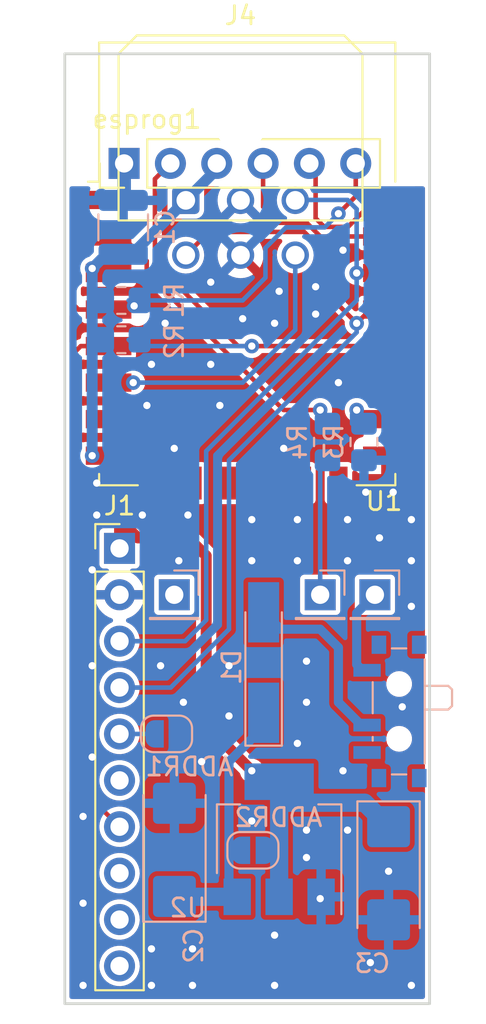
<source format=kicad_pcb>
(kicad_pcb (version 20211014) (generator pcbnew)
  (layers (0 "F.Cu" signal) (31 "B.Cu" signal) (34 "B.Paste" user) (35 "F.Paste" user) (36 "B.SilkS" user "B.Silkscreen") (37 "F.SilkS" user "F.Silkscreen") (38 "B.Mask" user) (39 "F.Mask" user) (44 "Edge.Cuts" user))
  (net 0 "")
  (net 1 "GND")
  (net 2 "/GPIO0")
  (net 3 "+3V3")
  (net 4 "/RXD")
  (net 5 "/TXD")
  (net 6 "/RST")
  (net 7 "Net-(R3-Pad1)")
  (net 9 "Net-(ADDR2-Pad1)")
  (net 10 "Net-(J1-Pad3)")
  (net 11 "Net-(J1-Pad4)")
  (net 12 "Net-(J1-Pad8)")
  (net 20 "Net-(J1-Pad7)")
  (net 21 "Net-(ADDR1-Pad1)")
  (net 22 "Net-(D1-Pad2)")
  (net 23 "Net-(J4-Pad6)")
  (net 26 "Net-(R4-Pad1)")
  (net 27 "Net-(B+1-Pad1)")
  (net 29 "Net-(O+1-Pad1)")
  (footprint "footprints:ESP-12E" (layer "F.Cu") (at 110 85.5)
    (fp_text reference "U1" (at 7.5 13) (layer "F.SilkS"))
    (fp_text value "ESP-12E")
    (fp_line (start -8.12 -4.5) (end -8.12 -12.12) (layer "F.SilkS") (width 0.12))
    (fp_line (start 8.12 -12.12) (end 8.12 -4.5) (layer "F.SilkS") (width 0.12))
    (fp_line (start -8.12 -4.5) (end -8.73 -4.5) (layer "F.SilkS") (width 0.12))
    (fp_line (start -8.12 -12.12) (end 8.12 -12.12) (layer "F.SilkS") (width 0.12))
    (fp_line (start -6 12.12) (end -8.12 12.12) (layer "F.SilkS") (width 0.12))
    (fp_line (start 8.12 11.5) (end 8.12 12.12) (layer "F.SilkS") (width 0.12))
    (fp_line (start -8.12 12.12) (end -8.12 11.5) (layer "F.SilkS") (width 0.12))
    (fp_line (start 8.12 12.12) (end 6 12.12) (layer "F.SilkS") (width 0.12))
    (pad "1" smd rect locked (at -7.6 -3.5) (size 2.5 1) (layers "F.Cu" "F.Paste" "F.Mask") (net 6 "/RST"))
    (pad "2" smd rect locked (at -7.6 -1.5) (size 2.5 1) (layers "F.Cu" "F.Paste" "F.Mask") (net 26 "Net-(R4-Pad1)"))
    (pad "3" smd rect locked (at -7.6 0.5) (size 2.5 1) (layers "F.Cu" "F.Paste" "F.Mask") (net 3 "+3V3"))
    (pad "4" smd rect locked (at -7.6 2.5) (size 2.5 1) (layers "F.Cu" "F.Paste" "F.Mask") (net 6 "/RST"))
    (pad "5" smd rect locked (at -7.6 4.5) (size 2.5 1) (layers "F.Cu" "F.Paste" "F.Mask") (net 20 "Net-(J1-Pad7)"))
    (pad "6" smd rect locked (at -7.6 6.5) (size 2.5 1) (layers "F.Cu" "F.Paste" "F.Mask") (net 23 "Net-(J4-Pad6)"))
    (pad "7" smd rect locked (at -7.6 8.5) (size 2.5 1) (layers "F.Cu" "F.Paste" "F.Mask") (net 12 "Net-(J1-Pad8)"))
    (pad "8" smd rect locked (at -7.6 10.5) (size 2.5 1) (layers "F.Cu" "F.Paste" "F.Mask") (net 3 "+3V3"))
    (pad "9" smd rect locked (at -5 12) (size 1 1.8) (layers "F.Cu" "F.Paste" "F.Mask"))
    (pad "10" smd rect locked (at -3 12) (size 1 1.8) (layers "F.Cu" "F.Paste" "F.Mask"))
    (pad "11" smd rect locked (at -1 12) (size 1 1.8) (layers "F.Cu" "F.Paste" "F.Mask"))
    (pad "12" smd rect locked (at 1 12) (size 1 1.8) (layers "F.Cu" "F.Paste" "F.Mask"))
    (pad "13" smd rect locked (at 3 12) (size 1 1.8) (layers "F.Cu" "F.Paste" "F.Mask"))
    (pad "14" smd rect locked (at 5 12) (size 1 1.8) (layers "F.Cu" "F.Paste" "F.Mask"))
    (pad "15" smd rect locked (at 7.6 10.5) (size 2.5 1) (layers "F.Cu" "F.Paste" "F.Mask") (net 1 "GND"))
    (pad "16" smd rect locked (at 7.6 8.5) (size 2.5 1) (layers "F.Cu" "F.Paste" "F.Mask") (net 7 "Net-(R3-Pad1)"))
    (pad "17" smd rect locked (at 7.6 6.5) (size 2.5 1) (layers "F.Cu" "F.Paste" "F.Mask"))
    (pad "18" smd rect locked (at 7.6 4.5) (size 2.5 1) (layers "F.Cu" "F.Paste" "F.Mask") (net 2 "/GPIO0"))
    (pad "19" smd rect locked (at 7.6 2.5) (size 2.5 1) (layers "F.Cu" "F.Paste" "F.Mask") (net 11 "Net-(J1-Pad4)"))
    (pad "20" smd rect locked (at 7.6 0.5) (size 2.5 1) (layers "F.Cu" "F.Paste" "F.Mask") (net 10 "Net-(J1-Pad3)"))
    (pad "21" smd rect locked (at 7.6 -1.5) (size 2.5 1) (layers "F.Cu" "F.Paste" "F.Mask") (net 4 "/RXD"))
    (pad "22" smd rect locked (at 7.6 -3.5) (size 2.5 1) (layers "F.Cu" "F.Paste" "F.Mask") (net 5 "/TXD"))
  )
  (footprint "Connector_Molex:Molex_Micro-Fit_3.0_43045-0600_2x03_P3.00mm_Horizontal" (layer "F.Cu") (at 106.633375 82.021231)
    (fp_text reference "J4" (at 3 -10.12) (layer "F.SilkS"))
    (fp_text value "Accelerometer_AUX")
    (fp_line (start -3.685 -8.03) (end -2.685 -9.03) (layer "F.SilkS") (width 0.12))
    (fp_line (start -2.685 -9.03) (end 8.685 -9.03) (layer "F.SilkS") (width 0.12))
    (fp_line (start -3.685 1.1) (end -3.685 -8.03) (layer "F.SilkS") (width 0.12))
    (fp_line (start 9.685 1.1) (end -3.685 1.1) (layer "F.SilkS") (width 0.12))
    (fp_line (start 9.685 -8.03) (end 9.685 1.1) (layer "F.SilkS") (width 0.12))
    (fp_line (start 8.685 -9.03) (end 9.685 -8.03) (layer "F.SilkS") (width 0.12))
    (pad "" np_thru_hole circle (at 3 -4.32) (size 3 3) (drill 3) (layers *.Cu *.Mask))
    (pad "1" thru_hole roundrect (at 0 0) (size 1.5 1.5) (drill 1.02) (layers *.Cu *.Mask) (roundrect_rratio 0.1666673333) (net 3 "+3V3"))
    (pad "2" thru_hole circle (at 3 0) (size 1.5 1.5) (drill 1.02) (layers *.Cu *.Mask) (net 1 "GND"))
    (pad "3" thru_hole circle (at 6 0) (size 1.5 1.5) (drill 1.02) (layers *.Cu *.Mask) (net 10 "Net-(J1-Pad3)"))
    (pad "4" thru_hole circle (at 0 3) (size 1.5 1.5) (drill 1.02) (layers *.Cu *.Mask) (net 11 "Net-(J1-Pad4)"))
    (pad "5" thru_hole circle (at 3 3) (size 1.5 1.5) (drill 1.02) (layers *.Cu *.Mask) (net 1 "GND"))
    (pad "6" thru_hole circle (at 6 3) (size 1.5 1.5) (drill 1.02) (layers *.Cu *.Mask) (net 23 "Net-(J4-Pad6)"))
  )
  (footprint "Connector_PinHeader_2.54mm:PinHeader_1x06_P2.54mm_Vertical" (layer "F.Cu") (at 103.25 80 90)
    (fp_text reference "esprog1" (at 2.42 1.25 180) (layer "F.SilkS"))
    (fp_text value "ESP-prog")
    (fp_line (start 1.33 1.27) (end 1.33 14.03) (layer "F.SilkS") (width 0.12))
    (fp_line (start -1.33 1.27) (end 1.33 1.27) (layer "F.SilkS") (width 0.12))
    (fp_line (start -1.33 -1.33) (end 0 -1.33) (layer "F.SilkS") (width 0.12))
    (fp_line (start -1.33 14.03) (end 1.33 14.03) (layer "F.SilkS") (width 0.12))
    (fp_line (start -1.33 0) (end -1.33 -1.33) (layer "F.SilkS") (width 0.12))
    (fp_line (start -1.33 1.27) (end -1.33 14.03) (layer "F.SilkS") (width 0.12))
    (pad "1" thru_hole rect (at 0 0 90) (size 1.7 1.7) (drill 1) (layers *.Cu *.Mask) (net 1 "GND"))
    (pad "2" thru_hole oval (at 0 2.54 90) (size 1.7 1.7) (drill 1) (layers *.Cu *.Mask) (net 2 "/GPIO0"))
    (pad "3" thru_hole oval (at 0 5.08 90) (size 1.7 1.7) (drill 1) (layers *.Cu *.Mask) (net 3 "+3V3"))
    (pad "4" thru_hole oval (at 0 7.62 90) (size 1.7 1.7) (drill 1) (layers *.Cu *.Mask) (net 4 "/RXD"))
    (pad "5" thru_hole oval (at 0 10.16 90) (size 1.7 1.7) (drill 1) (layers *.Cu *.Mask) (net 5 "/TXD"))
    (pad "6" thru_hole oval (at 0 12.7 90) (size 1.7 1.7) (drill 1) (layers *.Cu *.Mask) (net 6 "/RST"))
  )
  (footprint "Connector_PinHeader_2.54mm:PinHeader_1x10_P2.54mm_Vertical" (layer "F.Cu") (at 103 101.075)
    (fp_text reference "J1" (at 0 -2.33) (layer "F.SilkS"))
    (fp_text value "Accelerometer_IN")
    (fp_line (start -1.33 24.19) (end 1.33 24.19) (layer "F.SilkS") (width 0.12))
    (fp_line (start -1.33 1.27) (end -1.33 24.19) (layer "F.SilkS") (width 0.12))
    (fp_line (start 1.33 1.27) (end 1.33 24.19) (layer "F.SilkS") (width 0.12))
    (fp_line (start -1.33 0) (end -1.33 -1.33) (layer "F.SilkS") (width 0.12))
    (fp_line (start -1.33 -1.33) (end 0 -1.33) (layer "F.SilkS") (width 0.12))
    (fp_line (start -1.33 1.27) (end 1.33 1.27) (layer "F.SilkS") (width 0.12))
    (pad "1" thru_hole rect (at 0 0) (size 1.7 1.7) (drill 1) (layers *.Cu *.Mask) (net 3 "+3V3"))
    (pad "2" thru_hole oval (at 0 2.54) (size 1.7 1.7) (drill 1) (layers *.Cu *.Mask) (net 1 "GND"))
    (pad "3" thru_hole oval (at 0 5.08) (size 1.7 1.7) (drill 1) (layers *.Cu *.Mask) (net 10 "Net-(J1-Pad3)"))
    (pad "4" thru_hole oval (at 0 7.62) (size 1.7 1.7) (drill 1) (layers *.Cu *.Mask) (net 11 "Net-(J1-Pad4)"))
    (pad "5" thru_hole oval (at 0 10.16) (size 1.7 1.7) (drill 1) (layers *.Cu *.Mask) (net 21 "Net-(ADDR1-Pad1)"))
    (pad "6" thru_hole oval (at 0 12.7) (size 1.7 1.7) (drill 1) (layers *.Cu *.Mask))
    (pad "7" thru_hole oval (at 0 15.24) (size 1.7 1.7) (drill 1) (layers *.Cu *.Mask) (net 20 "Net-(J1-Pad7)"))
    (pad "8" thru_hole oval (at 0 17.78) (size 1.7 1.7) (drill 1) (layers *.Cu *.Mask) (net 12 "Net-(J1-Pad8)"))
    (pad "9" thru_hole oval (at 0 20.32) (size 1.7 1.7) (drill 1) (layers *.Cu *.Mask))
    (pad "10" thru_hole oval (at 0 22.86) (size 1.7 1.7) (drill 1) (layers *.Cu *.Mask))
  )
  (footprint "Resistor_SMD:R_0805_2012Metric_Pad1.20x1.40mm_HandSolder" (layer "B.Cu") (at 103.1 87.5)
    (fp_text reference "R1" (at 2.9 0 90) (layer "B.SilkS") (effects (justify mirror)))
    (fp_text value "4.7k")
    (fp_line (start -0.227064 -0.735) (end 0.227064 -0.735) (layer "B.SilkS") (width 0.12))
    (fp_line (start -0.227064 0.735) (end 0.227064 0.735) (layer "B.SilkS") (width 0.12))
    (pad "1" smd roundrect (at -1 0) (size 1.2 1.4) (layers "B.Cu" "B.Paste" "B.Mask") (roundrect_rratio 0.2083333333) (net 3 "+3V3"))
    (pad "2" smd roundrect (at 1 0) (size 1.2 1.4) (layers "B.Cu" "B.Paste" "B.Mask") (roundrect_rratio 0.2083333333) (net 6 "/RST"))
  )
  (footprint "Resistor_SMD:R_0805_2012Metric_Pad1.20x1.40mm_HandSolder" (layer "B.Cu") (at 103.1 89.65)
    (fp_text reference "R2" (at 2.9 0.1 90) (layer "B.SilkS") (effects (justify mirror)))
    (fp_text value "10k")
    (fp_line (start -0.227064 -0.735) (end 0.227064 -0.735) (layer "B.SilkS") (width 0.12))
    (fp_line (start -0.227064 0.735) (end 0.227064 0.735) (layer "B.SilkS") (width 0.12))
    (pad "1" smd roundrect (at -1 0) (size 1.2 1.4) (layers "B.Cu" "B.Paste" "B.Mask") (roundrect_rratio 0.2083333333) (net 3 "+3V3"))
    (pad "2" smd roundrect (at 1 0) (size 1.2 1.4) (layers "B.Cu" "B.Paste" "B.Mask") (roundrect_rratio 0.2083333333) (net 2 "/GPIO0"))
  )
  (footprint "Resistor_SMD:R_0805_2012Metric_Pad1.20x1.40mm_HandSolder" (layer "B.Cu") (at 116.4 95.25 -90)
    (fp_text reference "R3" (at 0 1.65 90) (layer "B.SilkS") (effects (justify mirror)))
    (fp_text value "10k")
    (fp_line (start -0.227064 0.735) (end 0.227064 0.735) (layer "B.SilkS") (width 0.12))
    (fp_line (start -0.227064 -0.735) (end 0.227064 -0.735) (layer "B.SilkS") (width 0.12))
    (pad "1" smd roundrect (at -1 0 270) (size 1.2 1.4) (layers "B.Cu" "B.Paste" "B.Mask") (roundrect_rratio 0.2083333333) (net 7 "Net-(R3-Pad1)"))
    (pad "2" smd roundrect (at 1 0 270) (size 1.2 1.4) (layers "B.Cu" "B.Paste" "B.Mask") (roundrect_rratio 0.2083333333) (net 1 "GND"))
  )
  (footprint "Capacitor_Tantalum_SMD:CP_EIA-6032-20_AVX-F_Pad2.25x2.35mm_HandSolder" (layer "B.Cu") (at 106.009594 117.579247 90)
    (fp_text reference "C2" (at -5.25 1.05 90) (layer "B.SilkS") (effects (justify mirror)))
    (fp_text value "10u")
    (fp_line (start -3.935 -1.71) (end 3 -1.71) (layer "B.SilkS") (width 0.12))
    (fp_line (start 3 1.71) (end -3.935 1.71) (layer "B.SilkS") (width 0.12))
    (fp_line (start -3.935 1.71) (end -3.935 -1.71) (layer "B.SilkS") (width 0.12))
    (pad "1" smd roundrect (at -2.55 0 90) (size 2.25 2.35) (layers "B.Cu" "B.Paste" "B.Mask") (roundrect_rratio 0.1111111111) (net 9 "Net-(ADDR2-Pad1)"))
    (pad "2" smd roundrect (at 2.55 0 90) (size 2.25 2.35) (layers "B.Cu" "B.Paste" "B.Mask") (roundrect_rratio 0.1111111111) (net 1 "GND"))
  )
  (footprint "Button_Switch_SMD:SW_SPDT_PCM12" (layer "B.Cu") (at 118 110 -90)
    (fp_text reference "SW1" hide)
    (fp_text value "SW_Push")
    (fp_line (start -1.6 1.12) (end 0.1 1.12) (layer "B.SilkS") (width 0.12))
    (fp_line (start -1.4 -3.02) (end -1.2 -3.23) (layer "B.SilkS") (width 0.12))
    (fp_line (start -0.1 -3.02) (end -0.1 -1.73) (layer "B.SilkS") (width 0.12))
    (fp_line (start 1.4 1.12) (end 1.6 1.12) (layer "B.SilkS") (width 0.12))
    (fp_line (start -0.1 -3.02) (end -0.3 -3.23) (layer "B.SilkS") (width 0.12))
    (fp_line (start -1.4 -1.73) (end -1.4 -3.02) (layer "B.SilkS") (width 0.12))
    (fp_line (start 3.45 -0.72) (end 3.45 0.07) (layer "B.SilkS") (width 0.12))
    (fp_line (start -1.2 -3.23) (end -0.3 -3.23) (layer "B.SilkS") (width 0.12))
    (fp_line (start -3.45 0.07) (end -3.45 -0.72) (layer "B.SilkS") (width 0.12))
    (fp_line (start -2.85 -1.73) (end 2.85 -1.73) (layer "B.SilkS") (width 0.12))
    (pad "" smd rect (at 3.65 0.78 270) (size 1 0.8) (layers "B.Cu" "B.Paste" "B.Mask"))
    (pad "" np_thru_hole circle (at -1.5 -0.33 270) (size 0.9 0.9) (drill 0.9) (layers *.Cu *.Mask))
    (pad "" np_thru_hole circle (at 1.5 -0.33 270) (size 0.9 0.9) (drill 0.9) (layers *.Cu *.Mask))
    (pad "" smd rect (at -3.65 -1.43 270) (size 1 0.8) (layers "B.Cu" "B.Paste" "B.Mask"))
    (pad "" smd rect (at -3.65 0.78 270) (size 1 0.8) (layers "B.Cu" "B.Paste" "B.Mask"))
    (pad "" smd rect (at 3.65 -1.43 270) (size 1 0.8) (layers "B.Cu" "B.Paste" "B.Mask"))
    (pad "1" smd rect (at -2.25 1.43 270) (size 0.7 1.5) (layers "B.Cu" "B.Paste" "B.Mask") (net 29 "Net-(O+1-Pad1)"))
    (pad "2" smd rect (at 0.75 1.43 270) (size 0.7 1.5) (layers "B.Cu" "B.Paste" "B.Mask") (net 22 "Net-(D1-Pad2)"))
    (pad "3" smd rect (at 2.25 1.43 270) (size 0.7 1.5) (layers "B.Cu" "B.Paste" "B.Mask"))
  )
  (footprint "Diode_SMD:D_MiniMELF_Handsoldering" (layer "B.Cu") (at 110.9 107.325 90)
    (fp_text reference "D1" (at -0.25 -1.75 90) (layer "B.SilkS") (effects (justify mirror)))
    (fp_text value "1N5817")
    (fp_line (start -4.55 -1) (end 2.75 -1) (layer "B.SilkS") (width 0.12))
    (fp_line (start -4.55 1) (end -4.55 -1) (layer "B.SilkS") (width 0.12))
    (fp_line (start 2.75 1) (end -4.55 1) (layer "B.SilkS") (width 0.12))
    (pad "1" smd rect (at -2.75 0 90) (size 3.3 1.7) (layers "B.Cu" "B.Paste" "B.Mask") (net 9 "Net-(ADDR2-Pad1)"))
    (pad "2" smd rect (at 2.75 0 90) (size 3.3 1.7) (layers "B.Cu" "B.Paste" "B.Mask") (net 22 "Net-(D1-Pad2)"))
  )
  (footprint "Package_TO_SOT_SMD:SOT-223-3_TabPin2" (layer "B.Cu") (at 111.75 117 90)
    (fp_text reference "U2" (at -3.75 -5) (layer "B.SilkS") (effects (justify mirror)))
    (fp_text value "AMS1117-3.3")
    (fp_line (start -1.85 -3.41) (end 1.91 -3.41) (layer "B.SilkS") (width 0.12))
    (fp_line (start 1.91 -3.41) (end 1.91 -2.15) (layer "B.SilkS") (width 0.12))
    (fp_line (start 1.91 3.41) (end 1.91 2.15) (layer "B.SilkS") (width 0.12))
    (fp_line (start -4.1 3.41) (end 1.91 3.41) (layer "B.SilkS") (width 0.12))
    (pad "1" smd rect (at -3.15 2.3 90) (size 2 1.5) (layers "B.Cu" "B.Paste" "B.Mask") (net 1 "GND"))
    (pad "2" smd rect (at -3.15 0 90) (size 2 1.5) (layers "B.Cu" "B.Paste" "B.Mask") (net 3 "+3V3"))
    (pad "2" smd rect (at 3.15 0 90) (size 2 3.8) (layers "B.Cu" "B.Paste" "B.Mask") (net 3 "+3V3"))
    (pad "3" smd rect (at -3.15 -2.3 90) (size 2 1.5) (layers "B.Cu" "B.Paste" "B.Mask") (net 9 "Net-(ADDR2-Pad1)"))
  )
  (footprint "Jumper:SolderJumper-2_P1.3mm_Open_RoundedPad1.0x1.5mm" (layer "B.Cu") (at 110.31213 117.604244)
    (fp_text reference "ADDR2" (at 1.4 -1.8) (layer "B.SilkS") (effects (justify mirror)))
    (fp_text value "NoReg")
    (fp_line (start 1.4 0.3) (end 1.4 -0.3) (layer "B.SilkS") (width 0.12))
    (fp_line (start 0.7 -1) (end -0.7 -1) (layer "B.SilkS") (width 0.12))
    (fp_line (start -1.4 -0.3) (end -1.4 0.3) (layer "B.SilkS") (width 0.12))
    (fp_line (start -0.7 1) (end 0.7 1) (layer "B.SilkS") (width 0.12))
    (fp_arc (start 1.4 0.3) (mid 1.194975 0.794975) (end 0.7 1) (layer "B.SilkS") (width 0.12))
    (fp_arc (start 0.7 -1) (mid 1.194975 -0.794975) (end 1.4 -0.3) (layer "B.SilkS") (width 0.12))
    (fp_arc (start -0.7 1) (mid -1.194975 0.794975) (end -1.4 0.3) (layer "B.SilkS") (width 0.12))
    (fp_arc (start -1.4 -0.3) (mid -1.194975 -0.794975) (end -0.7 -1) (layer "B.SilkS") (width 0.12))
    (pad "1" smd custom (at -0.65 0) (size 1 0.5) (layers "B.Cu" "B.Mask") (net 9 "Net-(ADDR2-Pad1)") (options (clearance outline) (anchor rect)) (primitives (gr_circle (center 0 -0.25) (end 0.5 -0.25) (width 0) (fill yes)) (gr_circle (center 0 0.25) (end 0.5 0.25) (width 0) (fill yes)) (gr_poly (pts (xy 0.5 -0.75) (xy 0 -0.75) (xy 0 0.75) (xy 0.5 0.75)) (width 0) (fill yes))))
    (pad "2" smd custom (at 0.65 0) (size 1 0.5) (layers "B.Cu" "B.Mask") (net 3 "+3V3") (options (clearance outline) (anchor rect)) (primitives (gr_circle (center 0 -0.25) (end 0.5 -0.25) (width 0) (fill yes)) (gr_circle (center 0 0.25) (end 0.5 0.25) (width 0) (fill yes)) (gr_poly (pts (xy 0 -0.75) (xy -0.5 -0.75) (xy -0.5 0.75) (xy 0 0.75)) (width 0) (fill yes))))
  )
  (footprint "Jumper:SolderJumper-2_P1.3mm_Open_RoundedPad1.0x1.5mm" (layer "B.Cu") (at 105.576051 111.230652)
    (fp_text reference "ADDR1" (at 1.25 1.8) (layer "B.SilkS") (effects (justify mirror)))
    (fp_text value "I2CAddr")
    (fp_line (start -0.7 1) (end 0.7 1) (layer "B.SilkS") (width 0.12))
    (fp_line (start 0.7 -1) (end -0.7 -1) (layer "B.SilkS") (width 0.12))
    (fp_line (start -1.4 -0.3) (end -1.4 0.3) (layer "B.SilkS") (width 0.12))
    (fp_line (start 1.4 0.3) (end 1.4 -0.3) (layer "B.SilkS") (width 0.12))
    (fp_arc (start -0.7 1) (mid -1.194975 0.794975) (end -1.4 0.3) (layer "B.SilkS") (width 0.12))
    (fp_arc (start -1.4 -0.3) (mid -1.194975 -0.794975) (end -0.7 -1) (layer "B.SilkS") (width 0.12))
    (fp_arc (start 0.7 -1) (mid 1.194975 -0.794975) (end 1.4 -0.3) (layer "B.SilkS") (width 0.12))
    (fp_arc (start 1.4 0.3) (mid 1.194975 0.794975) (end 0.7 1) (layer "B.SilkS") (width 0.12))
    (pad "1" smd custom (at -0.65 0) (size 1 0.5) (layers "B.Cu" "B.Mask") (net 21 "Net-(ADDR1-Pad1)") (options (clearance outline) (anchor rect)) (primitives (gr_circle (center 0 -0.25) (end 0.5 -0.25) (width 0) (fill yes)) (gr_circle (center 0 0.25) (end 0.5 0.25) (width 0) (fill yes)) (gr_poly (pts (xy 0.5 -0.75) (xy 0 -0.75) (xy 0 0.75) (xy 0.5 0.75)) (width 0) (fill yes))))
    (pad "2" smd custom (at 0.65 0) (size 1 0.5) (layers "B.Cu" "B.Mask") (net 1 "GND") (options (clearance outline) (anchor rect)) (primitives (gr_circle (center 0 -0.25) (end 0.5 -0.25) (width 0) (fill yes)) (gr_circle (center 0 0.25) (end 0.5 0.25) (width 0) (fill yes)) (gr_poly (pts (xy 0 -0.75) (xy -0.5 -0.75) (xy -0.5 0.75) (xy 0 0.75)) (width 0) (fill yes))))
  )
  (footprint "Connector_PinHeader_2.54mm:PinHeader_1x01_P2.54mm_Vertical" (layer "B.Cu") (at 114 103.615 180)
    (fp_text reference "B+1" hide)
    (fp_text value "Battery+")
    (fp_line (start -1.33 0) (end -1.33 1.33) (layer "B.SilkS") (width 0.12))
    (fp_line (start -1.33 -1.27) (end -1.33 -1.33) (layer "B.SilkS") (width 0.12))
    (fp_line (start -1.33 -1.33) (end 1.33 -1.33) (layer "B.SilkS") (width 0.12))
    (fp_line (start -1.33 -1.27) (end 1.33 -1.27) (layer "B.SilkS") (width 0.12))
    (fp_line (start 1.33 -1.27) (end 1.33 -1.33) (layer "B.SilkS") (width 0.12))
    (fp_line (start -1.33 1.33) (end 0 1.33) (layer "B.SilkS") (width 0.12))
    (pad "1" thru_hole rect (at 0 0 180) (size 1.7 1.7) (drill 1) (layers *.Cu *.Mask) (net 27 "Net-(B+1-Pad1)"))
  )
  (footprint "Connector_PinHeader_2.54mm:PinHeader_1x01_P2.54mm_Vertical" (layer "B.Cu") (at 106 103.615 180)
    (fp_text reference "B-1" hide)
    (fp_text value "Battery-")
    (fp_line (start -1.33 -1.33) (end 1.33 -1.33) (layer "B.SilkS") (width 0.12))
    (fp_line (start -1.33 1.33) (end 0 1.33) (layer "B.SilkS") (width 0.12))
    (fp_line (start -1.33 0) (end -1.33 1.33) (layer "B.SilkS") (width 0.12))
    (fp_line (start -1.33 -1.27) (end 1.33 -1.27) (layer "B.SilkS") (width 0.12))
    (fp_line (start -1.33 -1.27) (end -1.33 -1.33) (layer "B.SilkS") (width 0.12))
    (fp_line (start 1.33 -1.27) (end 1.33 -1.33) (layer "B.SilkS") (width 0.12))
    (pad "1" thru_hole rect (at 0 0 180) (size 1.7 1.7) (drill 1) (layers *.Cu *.Mask))
  )
  (footprint "Capacitor_SMD:C_1210_3225Metric" (layer "B.Cu") (at 103.2 83.5 90)
    (fp_text reference "C1" (at 0 2.3 270) (layer "B.SilkS") (effects (justify mirror)))
    (fp_text value "100n")
    (fp_line (start -0.711252 1.36) (end 0.711252 1.36) (layer "B.SilkS") (width 0.12))
    (fp_line (start -0.711252 -1.36) (end 0.711252 -1.36) (layer "B.SilkS") (width 0.12))
    (pad "1" smd roundrect (at -1.475 0 90) (size 1.15 2.7) (layers "B.Cu" "B.Paste" "B.Mask") (roundrect_rratio 0.2173913043) (net 3 "+3V3"))
    (pad "2" smd roundrect (at 1.475 0 90) (size 1.15 2.7) (layers "B.Cu" "B.Paste" "B.Mask") (roundrect_rratio 0.2173913043) (net 1 "GND"))
  )
  (footprint "Resistor_SMD:R_0805_2012Metric_Pad1.20x1.40mm_HandSolder" (layer "B.Cu") (at 114.4 95.25 -90)
    (fp_text reference "R4" (at 0 1.65 90) (layer "B.SilkS") (effects (justify mirror)))
    (fp_text value "180k")
    (fp_line (start -0.227064 -0.735) (end 0.227064 -0.735) (layer "B.SilkS") (width 0.12))
    (fp_line (start -0.227064 0.735) (end 0.227064 0.735) (layer "B.SilkS") (width 0.12))
    (pad "1" smd roundrect (at -1 0 270) (size 1.2 1.4) (layers "B.Cu" "B.Paste" "B.Mask") (roundrect_rratio 0.2083333333) (net 26 "Net-(R4-Pad1)"))
    (pad "2" smd roundrect (at 1 0 270) (size 1.2 1.4) (layers "B.Cu" "B.Paste" "B.Mask") (roundrect_rratio 0.2083333333) (net 27 "Net-(B+1-Pad1)"))
  )
  (footprint "Connector_PinHeader_2.54mm:PinHeader_1x01_P2.54mm_Vertical" (layer "B.Cu") (at 117 103.615 180)
    (fp_text reference "O+1" hide)
    (fp_text value "Output+")
    (fp_line (start -1.33 -1.27) (end -1.33 -1.33) (layer "B.SilkS") (width 0.12))
    (fp_line (start -1.33 1.33) (end 0 1.33) (layer "B.SilkS") (width 0.12))
    (fp_line (start -1.33 -1.33) (end 1.33 -1.33) (layer "B.SilkS") (width 0.12))
    (fp_line (start -1.33 -1.27) (end 1.33 -1.27) (layer "B.SilkS") (width 0.12))
    (fp_line (start 1.33 -1.27) (end 1.33 -1.33) (layer "B.SilkS") (width 0.12))
    (fp_line (start -1.33 0) (end -1.33 1.33) (layer "B.SilkS") (width 0.12))
    (pad "1" thru_hole rect (at 0 0 180) (size 1.7 1.7) (drill 1) (layers *.Cu *.Mask) (net 29 "Net-(O+1-Pad1)"))
  )
  (footprint "Capacitor_Tantalum_SMD:CP_EIA-6032-20_AVX-F_Pad2.25x2.35mm_HandSolder" (layer "B.Cu") (at 117.75 118.86 -90)
    (fp_text reference "C3" (at 4.94 0.89 180) (layer "B.SilkS") (effects (justify mirror)))
    (fp_text value "10u")
    (fp_line (start -3.935 1.71) (end -3.935 -1.71) (layer "B.SilkS") (width 0.12))
    (fp_line (start -3.935 -1.71) (end 3 -1.71) (layer "B.SilkS") (width 0.12))
    (fp_line (start 3 1.71) (end -3.935 1.71) (layer "B.SilkS") (width 0.12))
    (pad "1" smd roundrect (at -2.55 0 270) (size 2.25 2.35) (layers "B.Cu" "B.Paste" "B.Mask") (roundrect_rratio 0.1111111111) (net 3 "+3V3"))
    (pad "2" smd roundrect (at 2.55 0 270) (size 2.25 2.35) (layers "B.Cu" "B.Paste" "B.Mask") (roundrect_rratio 0.1111111111) (net 1 "GND"))
  )
  (gr_line (start 120 74) (end 100 74) (layer "Edge.Cuts") (width 0.15))
  (gr_line (start 100 74) (end 100 126) (layer "Edge.Cuts") (width 0.15))
  (gr_line (start 100 126) (end 120 126) (layer "Edge.Cuts") (width 0.15))
  (gr_line (start 120 126) (end 120 74) (layer "Edge.Cuts") (width 0.15))
  (via (at 115.5 101.75) (size 0.8) (drill 0.4) (layers "F.Cu" "B.Cu") (net 1))
  (via (at 119 101.75) (size 0.8) (drill 0.4) (layers "F.Cu" "B.Cu") (net 1))
  (via (at 119 99.5) (size 0.8) (drill 0.4) (layers "F.Cu" "B.Cu") (net 1))
  (via (at 117.25 100.5) (size 0.8) (drill 0.4) (layers "F.Cu" "B.Cu") (net 1))
  (via (at 111.5 122.25) (size 0.8) (drill 0.4) (layers "F.Cu" "B.Cu") (net 1))
  (via (at 114 120.25) (size 0.8) (drill 0.4) (layers "F.Cu" "B.Cu") (net 1))
  (via (at 101.75 97.5) (size 0.8) (drill 0.4) (layers "F.Cu" "B.Cu") (net 1))
  (via (at 106.75 99.25) (size 0.8) (drill 0.4) (layers "F.Cu" "B.Cu") (net 1))
  (via (at 118 98) (size 0.8) (drill 0.4) (layers "F.Cu" "B.Cu") (net 1))
  (via (at 108 91) (size 0.8) (drill 0.4) (layers "F.Cu" "B.Cu") (net 1))
  (via (at 104.75 125) (size 0.8) (drill 0.4) (layers "F.Cu" "B.Cu") (net 1))
  (via (at 116.75 123.75) (size 0.8) (drill 0.4) (layers "F.Cu" "B.Cu") (net 1))
  (via (at 107 123) (size 0.8) (drill 0.4) (layers "F.Cu" "B.Cu") (net 1))
  (via (at 115 92) (size 0.8) (drill 0.4) (layers "F.Cu" "B.Cu") (net 1))
  (via (at 101 115.75) (size 0.8) (drill 0.4) (layers "F.Cu" "B.Cu") (net 1))
  (via (at 101.5 112.5) (size 0.8) (drill 0.4) (layers "F.Cu" "B.Cu") (net 1))
  (via (at 106.25 101.75) (size 0.8) (drill 0.4) (layers "F.Cu" "B.Cu") (net 1))
  (via (at 112 95.6) (size 0.8) (drill 0.4) (layers "F.Cu" "B.Cu") (net 1))
  (via (at 104.75 91) (size 0.8) (drill 0.4) (layers "F.Cu" "B.Cu") (net 1))
  (via (at 109.75 88.5) (size 0.8) (drill 0.4) (layers "F.Cu" "B.Cu") (net 1))
  (via (at 112.75 111.75) (size 0.8) (drill 0.4) (layers "F.Cu" "B.Cu") (net 1))
  (via (at 107 125) (size 0.8) (drill 0.4) (layers "F.Cu" "B.Cu") (net 1))
  (via (at 113.25 116.5) (size 0.8) (drill 0.4) (layers "F.Cu" "B.Cu") (net 1))
  (via (at 113.75 86.75) (size 0.8) (drill 0.4) (layers "F.Cu" "B.Cu") (net 1))
  (via (at 115.25 84.75) (size 0.8) (drill 0.4) (layers "F.Cu" "B.Cu") (net 1))
  (via (at 110.25 101.75) (size 0.8) (drill 0.4) (layers "F.Cu" "B.Cu") (net 1))
  (via (at 105.25 107.5) (size 0.8) (drill 0.4) (layers "F.Cu" "B.Cu") (net 1))
  (via (at 101 120.5) (size 0.8) (drill 0.4) (layers "F.Cu" "B.Cu") (net 1))
  (via (at 105.5 88.75) (size 0.8) (drill 0.4) (layers "F.Cu" "B.Cu") (net 1))
  (via (at 108.5 93.25) (size 0.8) (drill 0.4) (layers "F.Cu" "B.Cu") (net 1))
  (via (at 117.75 118.75) (size 0.8) (drill 0.4) (layers "F.Cu" "B.Cu") (net 1))
  (via (at 115.25 113.25) (size 0.8) (drill 0.4) (layers "F.Cu" "B.Cu") (net 1))
  (via (at 109 110.25) (size 0.8) (drill 0.4) (layers "F.Cu" "B.Cu") (net 1))
  (via (at 101 125) (size 0.8) (drill 0.4) (layers "F.Cu" "B.Cu") (net 1))
  (via (at 113.75 88.25) (size 0.8) (drill 0.4) (layers "F.Cu" "B.Cu") (net 1))
  (via (at 112.75 99.5) (size 0.8) (drill 0.4) (layers "F.Cu" "B.Cu") (net 1))
  (via (at 119 125) (size 0.8) (drill 0.4) (layers "F.Cu" "B.Cu") (net 1))
  (via (at 104.25 99.25) (size 0.8) (drill 0.4) (layers "F.Cu" "B.Cu") (net 1))
  (via (at 112.75 101.75) (size 0.8) (drill 0.4) (layers "F.Cu" "B.Cu") (net 1))
  (via (at 104.5 93.25) (size 0.8) (drill 0.4) (layers "F.Cu" "B.Cu") (net 1))
  (via (at 115.5 99.5) (size 0.8) (drill 0.4) (layers "F.Cu" "B.Cu") (net 1))
  (via (at 113.25 118) (size 0.8) (drill 0.4) (layers "F.Cu" "B.Cu") (net 1))
  (via (at 107.5 112.75) (size 0.8) (drill 0.4) (layers "F.Cu" "B.Cu") (net 1))
  (via (at 110.25 99.5) (size 0.8) (drill 0.4) (layers "F.Cu" "B.Cu") (net 1))
  (via (at 104.75 123) (size 0.8) (drill 0.4) (layers "F.Cu" "B.Cu") (net 1))
  (via (at 113.25 109.5) (size 0.8) (drill 0.4) (layers "F.Cu" "B.Cu") (net 1))
  (via (at 109 107.5) (size 0.8) (drill 0.4) (layers "F.Cu" "B.Cu") (net 1))
  (via (at 118.5 109.75) (size 0.8) (drill 0.4) (layers "F.Cu" "B.Cu") (net 1))
  (via (at 106 95.6) (size 0.8) (drill 0.4) (layers "F.Cu" "B.Cu") (net 1))
  (via (at 113.25 107.25) (size 0.8) (drill 0.4) (layers "F.Cu" "B.Cu") (net 1))
  (via (at 115.5 116.5) (size 0.8) (drill 0.4) (layers "F.Cu" "B.Cu") (net 1))
  (via (at 119 104.25) (size 0.8) (drill 0.4) (layers "F.Cu" "B.Cu") (net 1))
  (via (at 101.5 107.5) (size 0.8) (drill 0.4) (layers "F.Cu" "B.Cu") (net 1))
  (via (at 101.5 102.25) (size 0.8) (drill 0.4) (layers "F.Cu" "B.Cu") (net 1))
  (via (at 106.5 109.5) (size 0.8) (drill 0.4) (layers "F.Cu" "B.Cu") (net 1))
  (via (at 108 86.5) (size 0.8) (drill 0.4) (layers "F.Cu" "B.Cu") (net 1))
  (via (at 116.5 98) (size 0.8) (drill 0.4) (layers "F.Cu" "B.Cu") (net 1))
  (via (at 101.75 99.25) (size 0.8) (drill 0.4) (layers "F.Cu" "B.Cu") (net 1))
  (via (at 111.5 88.75) (size 0.8) (drill 0.4) (layers "F.Cu" "B.Cu") (net 1))
  (via (at 110.25 116) (size 0.8) (drill 0.4) (layers "F.Cu" "B.Cu") (net 1))
  (via (at 111.75 87) (size 0.8) (drill 0.4) (layers "F.Cu" "B.Cu") (net 1))
  (via (at 111.5 125) (size 0.8) (drill 0.4) (layers "F.Cu" "B.Cu") (net 1))
  (segment (start 103.25 80) (end 103.25 81.975) (width 0.75) (layer "B.Cu") (net 1))
  (segment (start 103.2 82.025) (end 102.275 82.025) (width 0.75) (layer "B.Cu") (net 1))
  (segment (start 102.275 82.025) (end 102 81.75) (width 0.75) (layer "B.Cu") (net 1))
  (segment (start 103.25 81.975) (end 103.2 82.025) (width 0.75) (layer "B.Cu") (net 1))
  (segment (start 110.25 90) (end 109.5 90) (width 0.25) (layer "F.Cu") (net 2))
  (segment (start 104.94 80.85) (end 105.79 80) (width 0.25) (layer "F.Cu") (net 2))
  (segment (start 116.262299 90.012299) (end 116.274598 90) (width 0.25) (layer "F.Cu") (net 2))
  (segment (start 116.25 90) (end 116.262299 90.012299) (width 0.25) (layer "F.Cu") (net 2))
  (segment (start 110.25 90) (end 116.25 90) (width 0.25) (layer "F.Cu") (net 2))
  (segment (start 116.274598 90) (end 117.6 90) (width 0.25) (layer "F.Cu") (net 2))
  (segment (start 104.94 85.44) (end 104.94 80.85) (width 0.25) (layer "F.Cu") (net 2))
  (segment (start 109.5 90) (end 104.94 85.44) (width 0.25) (layer "F.Cu") (net 2))
  (via (at 110.25 90) (size 0.8) (drill 0.4) (layers "F.Cu" "B.Cu") (net 2))
  (segment (start 110.25 90) (end 103.85 90) (width 0.25) (layer "B.Cu") (net 2))
  (segment (start 103.85 90) (end 103.5 89.65) (width 0.25) (layer "B.Cu") (net 2))
  (segment (start 103 96.6) (end 103 99.5) (width 0.6) (layer "F.Cu") (net 3))
  (segment (start 102.4 96) (end 103 96.6) (width 0.6) (layer "F.Cu") (net 3))
  (segment (start 104 100.5) (end 103 99.5) (width 0.6) (layer "F.Cu") (net 3))
  (segment (start 106.772102 100.5) (end 104 100.5) (width 0.6) (layer "F.Cu") (net 3))
  (segment (start 102.5 96.1) (end 102.4 96) (width 0.25) (layer "F.Cu") (net 3))
  (segment (start 107.75 101.477898) (end 106.772102 100.5) (width 0.6) (layer "F.Cu") (net 3))
  (segment (start 103 101.075) (end 102.5 100.575) (width 0.25) (layer "F.Cu") (net 3))
  (segment (start 110.25 113.25) (end 107.75 110.75) (width 0.6) (layer "F.Cu") (net 3))
  (segment (start 103 99.5) (end 103 101.075) (width 0.6) (layer "F.Cu") (net 3))
  (segment (start 107.75 110.75) (end 107.75 101.477898) (width 0.6) (layer "F.Cu") (net 3))
  (via (at 110.25 113.25) (size 0.8) (drill 0.4) (layers "F.Cu" "B.Cu") (net 3))
  (via (at 101.5 85.75) (size 0.8) (drill 0.4) (layers "F.Cu" "B.Cu") (net 3))
  (via (at 101.5 96) (size 0.8) (drill 0.4) (layers "F.Cu" "B.Cu") (net 3))
  (segment (start 112.25 115) (end 112.25 114.2) (width 1) (layer "B.Cu") (net 3))
  (segment (start 111.6 117.6) (end 111.75 117.45) (width 0.6) (layer "B.Cu") (net 3))
  (segment (start 117.75 116.31) (end 116.44 115) (width 1) (layer "B.Cu") (net 3))
  (segment (start 111.75 117.45) (end 111.75 120.15) (width 1) (layer "B.Cu") (net 3))
  (segment (start 112.6 113.85) (end 111.75 113.85) (width 0.5) (layer "B.Cu") (net 3))
  (segment (start 108.33 80.324606) (end 106.633375 82.021231) (width 0.6) (layer "B.Cu") (net 3))
  (segment (start 108.33 80) (end 108.33 80.324606) (width 0.6) (layer "B.Cu") (net 3))
  (segment (start 116.44 115) (end 112.25 115) (width 1) (layer "B.Cu") (net 3))
  (segment (start 101.5 85.75) (end 101.5 96) (width 0.6) (layer "B.Cu") (net 3))
  (segment (start 111.05 117.6) (end 111.6 117.6) (width 0.6) (layer "B.Cu") (net 3))
  (segment (start 111.75 113.85) (end 111.75 117.45) (width 1) (layer "B.Cu") (net 3))
  (segment (start 103.404606 85.25) (end 106.633375 82.021231) (width 0.6) (layer "B.Cu") (net 3))
  (segment (start 112.25 114.2) (end 112.6 113.85) (width 1) (layer "B.Cu") (net 3))
  (segment (start 102 85.25) (end 103.404606 85.25) (width 0.6) (layer "B.Cu") (net 3))
  (segment (start 101.5 85.75) (end 102 85.25) (width 0.6) (layer "B.Cu") (net 3))
  (segment (start 110.87 82.37) (end 110.87 80) (width 0.25) (layer "F.Cu") (net 4))
  (segment (start 114.010718 84) (end 113.260718 83.25) (width 0.25) (layer "F.Cu") (net 4))
  (segment (start 117.6 84) (end 114.010718 84) (width 0.25) (layer "F.Cu") (net 4))
  (segment (start 111.75 83.25) (end 110.87 82.37) (width 0.25) (layer "F.Cu") (net 4))
  (segment (start 113.260718 83.25) (end 111.75 83.25) (width 0.25) (layer "F.Cu") (net 4))
  (segment (start 113.75 83) (end 114.224511 83.474511) (width 0.25) (layer "F.Cu") (net 5))
  (segment (start 114.224511 83.474511) (end 115.525489 83.474511) (width 0.25) (layer "F.Cu") (net 5))
  (segment (start 113.41 80) (end 113.75 80.34) (width 0.25) (layer "F.Cu") (net 5))
  (segment (start 115.525489 83.474511) (end 117 82) (width 0.25) (layer "F.Cu") (net 5))
  (segment (start 113.75 80.34) (end 113.75 83) (width 0.25) (layer "F.Cu") (net 5))
  (segment (start 117 82) (end 117.6 82) (width 0.25) (layer "F.Cu") (net 5))
  (segment (start 100.75 88) (end 100.5 87.75) (width 0.25) (layer "F.Cu") (net 6))
  (segment (start 102.4 88) (end 100.75 88) (width 0.25) (layer "F.Cu") (net 6))
  (segment (start 101.65 82) (end 102.4 82) (width 0.25) (layer "F.Cu") (net 6))
  (segment (start 115.95 80) (end 115.95 81.8) (width 0.25) (layer "F.Cu") (net 6))
  (segment (start 100.5 83.15) (end 101.65 82) (width 0.25) (layer "F.Cu") (net 6))
  (segment (start 102.075489 81.675489) (end 102.4 82) (width 0.25) (layer "F.Cu") (net 6))
  (segment (start 100.5 87.75) (end 100.5 83.15) (width 0.25) (layer "F.Cu") (net 6))
  (segment (start 115.95 81.8) (end 115 82.75) (width 0.25) (layer "F.Cu") (net 6))
  (via (at 115 82.75) (size 0.8) (drill 0.4) (layers "F.Cu" "B.Cu") (net 6))
  (via (at 103.8 87.8) (size 0.8) (drill 0.4) (layers "F.Cu" "B.Cu") (net 6))
  (segment (start 112.125 83.5) (end 111 84.625) (width 0.25) (layer "B.Cu") (net 6))
  (segment (start 114.25 83.5) (end 112.125 83.5) (width 0.25) (layer "B.Cu") (net 6))
  (segment (start 109.75 87.5) (end 103.5 87.5) (width 0.25) (layer "B.Cu") (net 6))
  (segment (start 115 82.75) (end 114.25 83.5) (width 0.25) (layer "B.Cu") (net 6))
  (segment (start 111 86.25) (end 109.75 87.5) (width 0.25) (layer "B.Cu") (net 6))
  (segment (start 111 84.625) (end 111 86.25) (width 0.25) (layer "B.Cu") (net 6))
  (segment (start 116.5 94) (end 117.6 94) (width 0.25) (layer "F.Cu") (net 7))
  (segment (start 116 93.5) (end 116.5 94) (width 0.25) (layer "F.Cu") (net 7))
  (via (at 116 93.5) (size 0.8) (drill 0.4) (layers "F.Cu" "B.Cu") (net 7))
  (segment (start 115.75 93.75) (end 116 93.5) (width 0.25) (layer "B.Cu") (net 7))
  (segment (start 115.75 94.25) (end 115.75 93.75) (width 0.25) (layer "B.Cu") (net 7))
  (segment (start 106.15 120.15) (end 106 120) (width 1) (layer "B.Cu") (net 9))
  (segment (start 109 117.6) (end 109 119.7) (width 0.5) (layer "B.Cu") (net 9))
  (segment (start 110.9 110.075) (end 110.9 110.85) (width 0.5) (layer "B.Cu") (net 9))
  (segment (start 110.9 110.85) (end 109 112.75) (width 0.5) (layer "B.Cu") (net 9))
  (segment (start 109.75 117.6) (end 109 117.6) (width 0.25) (layer "B.Cu") (net 9))
  (segment (start 109 119.7) (end 109.45 120.15) (width 0.5) (layer "B.Cu") (net 9))
  (segment (start 106 120) (end 106 120.55) (width 0.5) (layer "B.Cu") (net 9))
  (segment (start 109 112.75) (end 109 117.6) (width 0.5) (layer "B.Cu") (net 9))
  (segment (start 109.45 120.15) (end 106.15 120.15) (width 1) (layer "B.Cu") (net 9))
  (segment (start 116.5 86) (end 117.6 86) (width 0.25) (layer "F.Cu") (net 10))
  (segment (start 116 86) (end 117.6 86) (width 0.25) (layer "F.Cu") (net 10))
  (via (at 116 86) (size 0.8) (drill 0.4) (layers "F.Cu" "B.Cu") (net 10))
  (segment (start 106.595 106.155) (end 102.5 106.155) (width 0.25) (layer "B.Cu") (net 10))
  (segment (start 112.654606 82) (end 112.633375 82.021231) (width 0.25) (layer "B.Cu") (net 10))
  (segment (start 116 86) (end 116 87.5) (width 0.25) (layer "B.Cu") (net 10))
  (segment (start 115.5 82) (end 112.654606 82) (width 0.25) (layer "B.Cu") (net 10))
  (segment (start 107.75 95.75) (end 107.75 105) (width 0.25) (layer "B.Cu") (net 10))
  (segment (start 107.75 105) (end 106.595 106.155) (width 0.25) (layer "B.Cu") (net 10))
  (segment (start 116 87.5) (end 107.75 95.75) (width 0.25) (layer "B.Cu") (net 10))
  (segment (start 116 82.5) (end 115.5 82) (width 0.25) (layer "B.Cu") (net 10))
  (segment (start 116 86) (end 116 82.5) (width 0.25) (layer "B.Cu") (net 10))
  (segment (start 113.125 83.75) (end 107.904606 83.75) (width 0.25) (layer "F.Cu") (net 11))
  (segment (start 116.75 88) (end 117.6 88) (width 0.25) (layer "F.Cu") (net 11))
  (segment (start 115 85.625) (end 113.125 83.75) (width 0.25) (layer "F.Cu") (net 11))
  (segment (start 115 87.75) (end 115 85.625) (width 0.25) (layer "F.Cu") (net 11))
  (segment (start 107.904606 83.75) (end 106.633375 85.021231) (width 0.25) (layer "F.Cu") (net 11))
  (segment (start 116 88.75) (end 116.75 88) (width 0.25) (layer "F.Cu") (net 11))
  (segment (start 116 88.75) (end 115 87.75) (width 0.25) (layer "F.Cu") (net 11))
  (via (at 116 88.75) (size 0.8) (drill 0.4) (layers "F.Cu" "B.Cu") (net 11))
  (segment (start 109 105.5) (end 105.805 108.695) (width 0.25) (layer "B.Cu") (net 11))
  (segment (start 116 89.25) (end 109 96.25) (width 0.25) (layer "B.Cu") (net 11))
  (segment (start 109 96.25) (end 109 105.5) (width 0.25) (layer "B.Cu") (net 11))
  (segment (start 116 88.75) (end 116 89.25) (width 0.25) (layer "B.Cu") (net 11))
  (segment (start 105.805 108.695) (end 102.5 108.695) (width 0.25) (layer "B.Cu") (net 11))
  (segment (start 102.4 90) (end 100.875 90) (width 0.25) (layer "F.Cu") (net 20))
  (segment (start 100.875 90) (end 100.5 90.375) (width 0.25) (layer "F.Cu") (net 20))
  (segment (start 100.5 90.375) (end 100.5 113.815) (width 0.25) (layer "F.Cu") (net 20))
  (segment (start 100.5 113.815) (end 103 116.315) (width 0.25) (layer "F.Cu") (net 20))
  (segment (start 104.921703 111.235) (end 104.926051 111.230652) (width 0.25) (layer "B.Cu") (net 21))
  (segment (start 102.5 111.235) (end 104.921703 111.235) (width 0.25) (layer "B.Cu") (net 21))
  (segment (start 115 106.5) (end 114 105.5) (width 0.5) (layer "B.Cu") (net 22))
  (segment (start 116.57 110.75) (end 116.25 110.75) (width 0.5) (layer "B.Cu") (net 22))
  (segment (start 115 109.5) (end 115 106.5) (width 0.5) (layer "B.Cu") (net 22))
  (segment (start 111.825 105.5) (end 110.9 104.575) (width 0.5) (layer "B.Cu") (net 22))
  (segment (start 114 105.5) (end 111.825 105.5) (width 0.5) (layer "B.Cu") (net 22))
  (segment (start 116.25 110.75) (end 115 109.5) (width 0.5) (layer "B.Cu") (net 22))
  (via (at 103.75 92) (size 0.8) (drill 0.4) (layers "F.Cu" "B.Cu") (net 23))
  (segment (start 112.633375 89.116625) (end 112.633375 85.021231) (width 0.25) (layer "B.Cu") (net 23))
  (segment (start 103.75 92) (end 109.75 92) (width 0.25) (layer "B.Cu") (net 23))
  (segment (start 109.75 92) (end 112.633375 89.116625) (width 0.25) (layer "B.Cu") (net 23))
  (segment (start 104.49048 85.34048) (end 104.49048 85.99048) (width 0.25) (layer "F.Cu") (net 26))
  (segment (start 104.49048 85.99048) (end 112 93.5) (width 0.25) (layer "F.Cu") (net 26))
  (segment (start 102.4 84) (end 103.15 84) (width 0.25) (layer "F.Cu") (net 26))
  (segment (start 103.25 84) (end 102.4 84) (width 0.25) (layer "F.Cu") (net 26))
  (segment (start 103.15 84) (end 104.49048 85.34048) (width 0.25) (layer "F.Cu") (net 26))
  (segment (start 112 93.5) (end 114 93.5) (width 0.25) (layer "F.Cu") (net 26))
  (via (at 114 93.5) (size 0.8) (drill 0.4) (layers "F.Cu" "B.Cu") (net 26))
  (segment (start 114 93.5) (end 114 93.75) (width 0.25) (layer "B.Cu") (net 26))
  (segment (start 114 96.65) (end 114 103.615) (width 0.25) (layer "B.Cu") (net 27))
  (segment (start 114.4 96.25) (end 114 96.65) (width 0.25) (layer "B.Cu") (net 27))
  (segment (start 116 107.43) (end 116 104.615) (width 0.5) (layer "B.Cu") (net 29))
  (segment (start 116.925 103.54) (end 117 103.615) (width 0.5) (layer "B.Cu") (net 29))
  (segment (start 117 103.615) (end 116 104.615) (width 0.5) (layer "B.Cu") (net 29))
  (segment (start 116.32 107.75) (end 116 107.43) (width 0.5) (layer "B.Cu") (net 29))
  (zone (net 1) (net_name "GND") (layers F&B.Cu) (name "GND") (connect_pads (clearance 0.254)) (min_thickness 0.254) (fill yes (thermal_gap 0.508) (thermal_bridge_width 0.508))
    (polygon (pts (xy 120.25 126.25) (xy 99.75 126.25) (xy 99.75 81.25) (xy 120.25 81.25)))
  )
)
</source>
